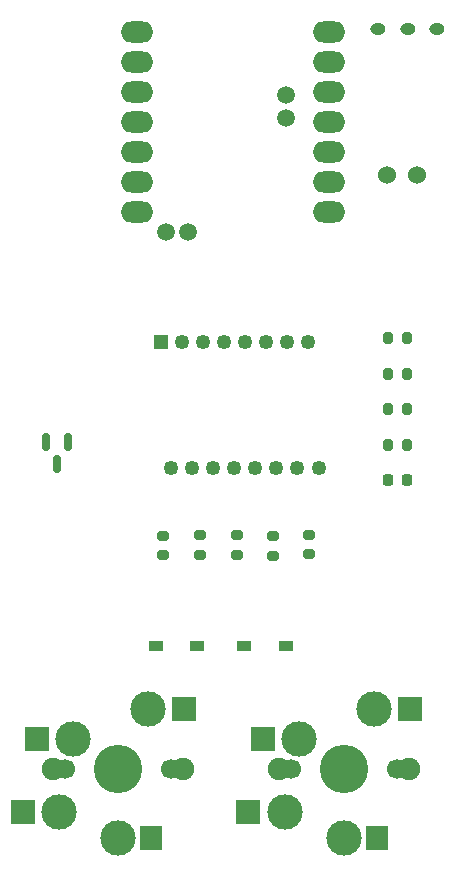
<source format=gbr>
%TF.GenerationSoftware,KiCad,Pcbnew,8.0.7*%
%TF.CreationDate,2025-02-07T09:21:37+09:00*%
%TF.ProjectId,coolpad002,636f6f6c-7061-4643-9030-322e6b696361,rev?*%
%TF.SameCoordinates,Original*%
%TF.FileFunction,Soldermask,Bot*%
%TF.FilePolarity,Negative*%
%FSLAX46Y46*%
G04 Gerber Fmt 4.6, Leading zero omitted, Abs format (unit mm)*
G04 Created by KiCad (PCBNEW 8.0.7) date 2025-02-07 09:21:37*
%MOMM*%
%LPD*%
G01*
G04 APERTURE LIST*
G04 Aperture macros list*
%AMRoundRect*
0 Rectangle with rounded corners*
0 $1 Rounding radius*
0 $2 $3 $4 $5 $6 $7 $8 $9 X,Y pos of 4 corners*
0 Add a 4 corners polygon primitive as box body*
4,1,4,$2,$3,$4,$5,$6,$7,$8,$9,$2,$3,0*
0 Add four circle primitives for the rounded corners*
1,1,$1+$1,$2,$3*
1,1,$1+$1,$4,$5*
1,1,$1+$1,$6,$7*
1,1,$1+$1,$8,$9*
0 Add four rect primitives between the rounded corners*
20,1,$1+$1,$2,$3,$4,$5,0*
20,1,$1+$1,$4,$5,$6,$7,0*
20,1,$1+$1,$6,$7,$8,$9,0*
20,1,$1+$1,$8,$9,$2,$3,0*%
G04 Aperture macros list end*
%ADD10C,1.900000*%
%ADD11C,1.700000*%
%ADD12C,3.000000*%
%ADD13C,4.100000*%
%ADD14R,2.000000X2.000000*%
%ADD15R,1.900000X2.000000*%
%ADD16O,1.300000X1.000000*%
%ADD17C,1.524000*%
%ADD18R,1.300000X0.950000*%
%ADD19RoundRect,0.200000X-0.275000X0.200000X-0.275000X-0.200000X0.275000X-0.200000X0.275000X0.200000X0*%
%ADD20RoundRect,0.200000X0.200000X0.275000X-0.200000X0.275000X-0.200000X-0.275000X0.200000X-0.275000X0*%
%ADD21O,2.750000X1.800000*%
%ADD22C,1.500000*%
%ADD23RoundRect,0.200000X0.275000X-0.200000X0.275000X0.200000X-0.275000X0.200000X-0.275000X-0.200000X0*%
%ADD24RoundRect,0.187500X-0.437500X-0.437500X0.437500X-0.437500X0.437500X0.437500X-0.437500X0.437500X0*%
%ADD25O,1.250000X1.250000*%
%ADD26RoundRect,0.150000X-0.150000X0.587500X-0.150000X-0.587500X0.150000X-0.587500X0.150000X0.587500X0*%
%ADD27RoundRect,0.225000X0.225000X0.250000X-0.225000X0.250000X-0.225000X-0.250000X0.225000X-0.250000X0*%
G04 APERTURE END LIST*
D10*
%TO.C,SW6*%
X141365000Y-65170000D03*
D11*
X141785000Y-65170000D03*
D12*
X141865000Y-68870000D03*
D11*
X142365000Y-65170000D03*
D12*
X143055000Y-62630000D03*
D13*
X146865000Y-65170000D03*
D12*
X146865000Y-71070000D03*
X149405000Y-60090000D03*
D11*
X151365000Y-65170000D03*
X151945000Y-65170000D03*
D10*
X152365000Y-65170000D03*
D14*
X138765000Y-68870000D03*
X139965000Y-62630000D03*
D15*
X149665000Y-71070000D03*
D14*
X152465000Y-60090000D03*
%TD*%
D16*
%TO.C,SW1*%
X149750000Y-2554000D03*
X152250000Y-2554000D03*
X154750000Y-2554000D03*
%TD*%
D10*
%TO.C,SW2*%
X122255000Y-65180000D03*
D11*
X122675000Y-65180000D03*
D12*
X122755000Y-68880000D03*
D11*
X123255000Y-65180000D03*
D12*
X123945000Y-62640000D03*
D13*
X127755000Y-65180000D03*
D12*
X127755000Y-71080000D03*
X130295000Y-60100000D03*
D11*
X132255000Y-65180000D03*
X132835000Y-65180000D03*
D10*
X133255000Y-65180000D03*
D14*
X119655000Y-68880000D03*
X120855000Y-62640000D03*
D15*
X130555000Y-71080000D03*
D14*
X133355000Y-60100000D03*
%TD*%
D17*
%TO.C,BT1*%
X150530000Y-14870000D03*
X153070000Y-14870000D03*
%TD*%
D18*
%TO.C,D1*%
X130905000Y-54780000D03*
X134455000Y-54780000D03*
%TD*%
%TO.C,D5*%
X138400000Y-54810000D03*
X141950000Y-54810000D03*
%TD*%
D19*
%TO.C,C2*%
X131550000Y-45450000D03*
X131550000Y-47100000D03*
%TD*%
D20*
%TO.C,C7*%
X152215000Y-31750000D03*
X150565000Y-31750000D03*
%TD*%
D19*
%TO.C,C5*%
X143940000Y-45385000D03*
X143940000Y-47035000D03*
%TD*%
D21*
%TO.C,U3*%
X145610000Y-2774000D03*
X145610000Y-5314000D03*
X145610000Y-7854000D03*
X145610000Y-10394000D03*
X145610000Y-12934000D03*
X145610000Y-15474000D03*
X145610000Y-18014000D03*
X129370000Y-18014000D03*
X129370000Y-15474000D03*
X129370000Y-12934000D03*
X129370000Y-10394000D03*
X129370000Y-7854000D03*
X129370000Y-5314000D03*
X129370000Y-2774000D03*
D22*
X133654600Y-19706000D03*
X131775000Y-19706000D03*
X141935000Y-10077000D03*
X141935000Y-8172000D03*
%TD*%
D23*
%TO.C,C1*%
X134690000Y-47060000D03*
X134690000Y-45410000D03*
%TD*%
D24*
%TO.C,U2*%
X131352893Y-29057107D03*
D25*
X133132893Y-29057107D03*
X134912893Y-29057107D03*
X136692893Y-29057107D03*
X138472893Y-29057107D03*
X140252893Y-29057107D03*
X142032893Y-29057107D03*
X143812893Y-29057107D03*
X144702893Y-39757107D03*
X142922893Y-39757107D03*
X141142893Y-39757107D03*
X139362893Y-39757107D03*
X137582893Y-39757107D03*
X135802893Y-39757107D03*
X134022893Y-39757107D03*
X132242893Y-39757107D03*
%TD*%
D20*
%TO.C,C9*%
X152215000Y-37750000D03*
X150565000Y-37750000D03*
%TD*%
D26*
%TO.C,U1*%
X121620000Y-37525000D03*
X123520000Y-37525000D03*
X122570000Y-39400000D03*
%TD*%
D20*
%TO.C,C8*%
X152215000Y-34750000D03*
X150565000Y-34750000D03*
%TD*%
%TO.C,C6*%
X152215000Y-28750000D03*
X150565000Y-28750000D03*
%TD*%
D19*
%TO.C,C4*%
X140880000Y-45495000D03*
X140880000Y-47145000D03*
%TD*%
%TO.C,C3*%
X137820000Y-45415000D03*
X137820000Y-47065000D03*
%TD*%
D27*
%TO.C,R1*%
X152165000Y-40750000D03*
X150615000Y-40750000D03*
%TD*%
M02*

</source>
